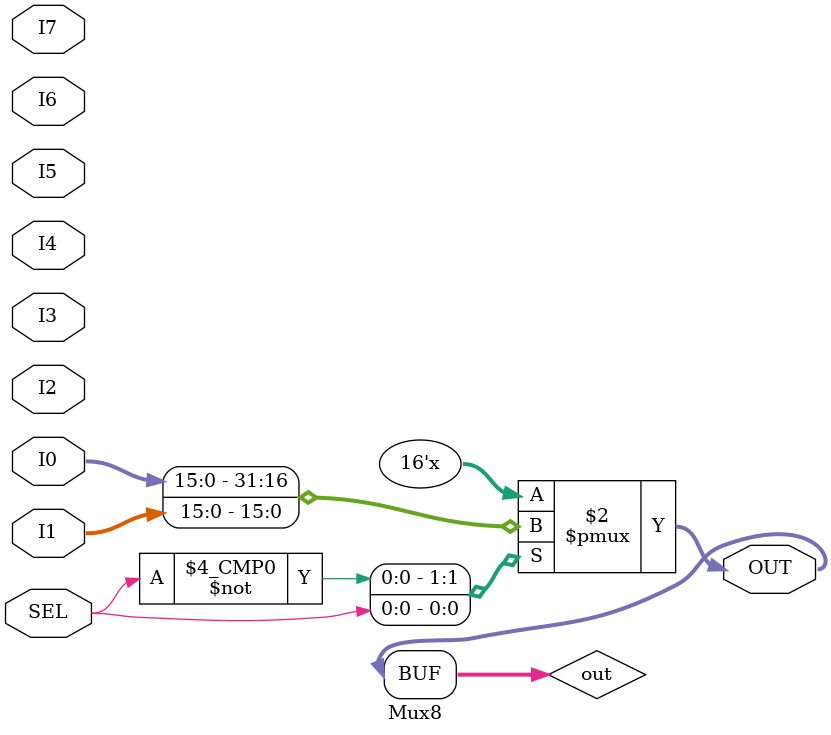
<source format=v>
module Mux8 #(parameter width=16) (
  input SEL,
  input [width-1:0] I0,
  input [width-1:0] I1,
  input [width-1:0] I2,
  input [width-1:0] I3,
  input [width-1:0] I4,
  input [width-1:0] I5,
  input [width-1:0] I6,
  input [width-1:0] I7,
  output [width-1:0] OUT
);

reg [width-1:0] out;

always @(*) begin
  case (SEL) 
    0: out <= I0;
    1: out <= I1;
    2: out <= I2;
    3: out <= I3;
    4: out <= I4;
    5: out <= I5;
    6: out <= I6;
    7: out <= I7;
  endcase
end

assign OUT = out;

endmodule
</source>
